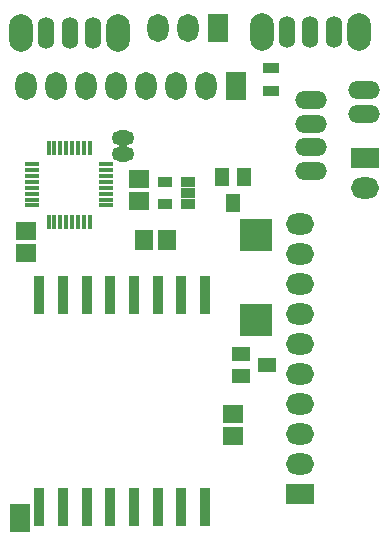
<source format=gts>
G04 --- HEADER BEGIN --- *
%TF.GenerationSoftware,LibrePCB,LibrePCB,0.1.3*%
%TF.CreationDate,2020-05-24T18:28:55*%
%TF.ProjectId,SprigZero - default,93c98233-4b04-4051-a125-04f829bd9155,v1*%
%TF.Part,Single*%
%FSLAX66Y66*%
%MOMM*%
G01*
G74*
G04 --- HEADER END --- *
G04 --- APERTURE LIST BEGIN --- *
%ADD10R,1.6X1.2*%
%ADD11R,1.7X1.5*%
%ADD12O,2.7X1.5*%
%ADD13O,1.9X1.3*%
%ADD14O,2.39X1.787*%
%ADD15R,2.39X1.787*%
%ADD16R,2.7X2.7*%
%ADD17R,1.26X0.85*%
%ADD18R,1.787X2.39*%
%ADD19O,1.787X2.39*%
%ADD20R,1.5X1.7*%
%ADD21R,0.9X3.2*%
%ADD22R,1.2X1.6*%
%ADD23R,1.45X0.95*%
%ADD24R,0.4X1.2*%
%ADD25R,1.2X0.4*%
%ADD26O,1.4X2.7*%
%ADD27O,2.0X3.2*%
G04 --- APERTURE LIST END --- *
G04 --- BOARD BEGIN --- *
D10*
X17493750Y53581250D03*
X19693750Y54531250D03*
X17493750Y55481250D03*
D11*
X16796875Y48503125D03*
X16796875Y50403125D03*
D12*
X27937500Y77796875D03*
X27937500Y75796875D03*
D13*
X7506250Y73746875D03*
X7506250Y72346875D03*
D14*
X27968750Y69511250D03*
D15*
X27968750Y72051250D03*
D16*
X18750000Y58353125D03*
X18750000Y65553125D03*
D17*
X12981250Y70012500D03*
X11081250Y70012500D03*
X12981250Y69062500D03*
X11081250Y68112500D03*
X12981250Y68112500D03*
D18*
X15508750Y83046875D03*
D19*
X10428750Y83046875D03*
X12968750Y83046875D03*
D20*
X11184375Y65078125D03*
X9284375Y65078125D03*
D11*
X-687500Y63987500D03*
X-687500Y65887500D03*
D21*
X8421875Y42484375D03*
X6421875Y42484375D03*
X8421875Y60484375D03*
X14421875Y42484375D03*
X6421875Y60484375D03*
X4421875Y42484375D03*
X4421875Y60484375D03*
X14421875Y60484375D03*
X421875Y42484375D03*
X2421875Y42484375D03*
X421875Y60484375D03*
X12421875Y60484375D03*
X2421875Y60484375D03*
X12421875Y42484375D03*
X10421875Y60484375D03*
X10421875Y42484375D03*
D11*
X8828128Y70285937D03*
X8828128Y68385937D03*
D22*
X15846875Y70396875D03*
X16796875Y68196875D03*
X17746875Y70396875D03*
D23*
X20000000Y77696875D03*
X20000000Y79646875D03*
D24*
X3692500Y72927500D03*
X2192500Y72927500D03*
X4692500Y66627500D03*
D25*
X6092500Y69527500D03*
D24*
X1692500Y66627500D03*
D25*
X-207500Y68527500D03*
X-207500Y68027500D03*
X-207500Y69027500D03*
X-207500Y71027500D03*
X6092500Y70527500D03*
X6092500Y69027500D03*
D24*
X1192500Y66627500D03*
D25*
X-207500Y69527500D03*
X-207500Y71527500D03*
X6092500Y70027500D03*
D24*
X2192500Y66627500D03*
X3192500Y66627500D03*
X4692500Y72927500D03*
D25*
X-207500Y70027500D03*
X-207500Y70527500D03*
D24*
X1692500Y72927500D03*
X3192500Y72927500D03*
X4192500Y66627500D03*
D25*
X6092500Y71527500D03*
X6092500Y68527500D03*
D24*
X1192500Y72927500D03*
D25*
X6092500Y71027500D03*
D24*
X2692500Y66627500D03*
X2692500Y72927500D03*
X4192500Y72927500D03*
X3692500Y66627500D03*
D25*
X6092500Y68027500D03*
D19*
X11948750Y78105000D03*
X9408750Y78105000D03*
X4328750Y78105000D03*
X14488750Y78105000D03*
X1788750Y78105000D03*
D18*
X17028750Y78105000D03*
D19*
X6868750Y78105000D03*
X-751250Y78105000D03*
D18*
X-1231250Y41575000D03*
D26*
X4975350Y82656250D03*
D27*
X7070850Y82656250D03*
X-1133350Y82656250D03*
D26*
X2968750Y82656250D03*
X962150Y82656250D03*
D12*
X23423750Y76949375D03*
X23423750Y72949375D03*
X23423750Y70949375D03*
X23423750Y74949375D03*
D26*
X21352775Y82734375D03*
D27*
X19257275Y82734375D03*
X27461475Y82734375D03*
D26*
X23359375Y82734375D03*
X25365975Y82734375D03*
D14*
X22500000Y53730000D03*
X22500000Y63890000D03*
X22500000Y61350000D03*
X22500000Y56270000D03*
X22500000Y58810000D03*
X22500000Y51190000D03*
X22500000Y66430000D03*
X22500000Y46110000D03*
D15*
X22500000Y43570000D03*
D14*
X22500000Y48650000D03*
G04 --- BOARD END --- *
%TF.MD5,dbbecdf5792d9bf8ae1f77dff5a66165*%
M02*

</source>
